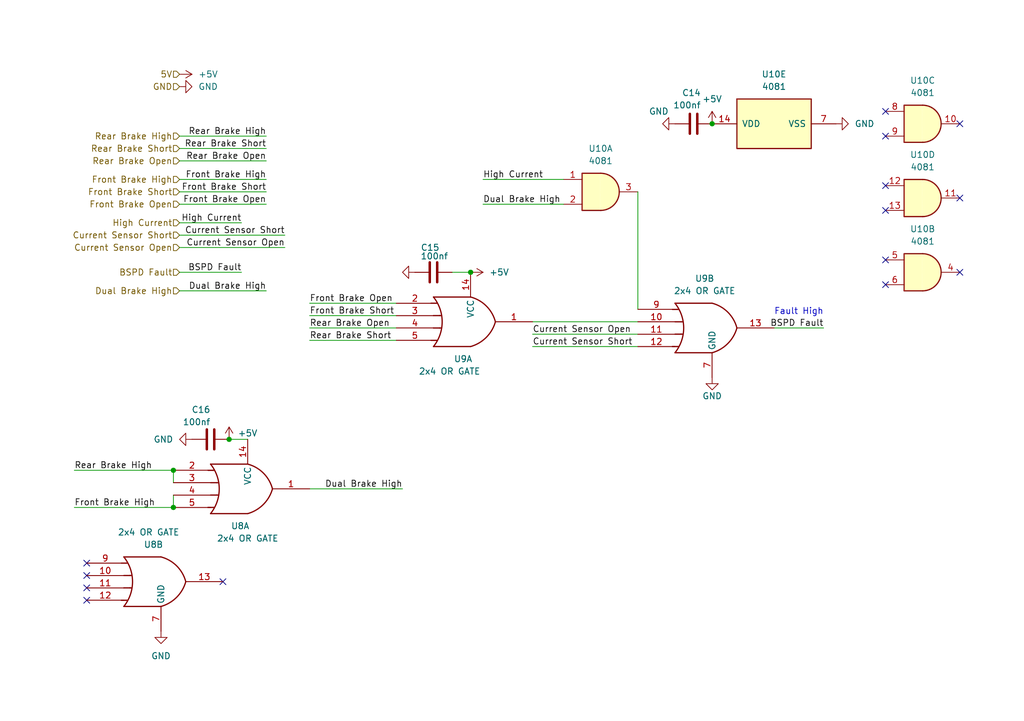
<source format=kicad_sch>
(kicad_sch (version 20231120) (generator "eeschema") (generator_version "8.0")
  (paper "A5")
  (title_block (title "BSPD Logic") (date "2024-07-07") (rev "1.0"))
  (lib_symbols
    (symbol "1FS_2_Global_Symbol_Library:CD4072BE"
      (property "Reference" "U" (at -7.62 1.27 0))
      (symbol "CD4072BE_0_1"
        (arc (start -6.35 -5.08) (mid -4.568 0) (end -6.35 5.08) (stroke (width 0.254)))
        (polyline (pts (xy -6.8834 -3.81) (xy -5.6134 -3.81)) (stroke (width 0.254)) (fill (type background)))
        (polyline (pts (xy -6.8834 3.81) (xy -5.6134 3.81)) (stroke (width 0.254)) (fill (type background)))
        (polyline (pts (xy -6.35 1.27) (xy -5.08 1.27)) (stroke (width 0.254)) (fill (type background)))
        (polyline (pts (xy 1.27 -5.08) (xy -6.35 -5.08)) (stroke (width 0.254)) (fill (type background)))
        (polyline (pts (xy 1.27 5.08) (xy -6.35 5.08)) (stroke (width 0.254)) (fill (type background)))
        (arc (start 1.27 -5.08) (mid 4.4722 -3.2022) (end 6.35 0) (stroke (width 0.254)))
        (arc (start 6.35 0) (mid 4.4971 3.2271) (end 1.27 5.08) (stroke (width 0.254)))
      )
      (symbol "CD4072BE_1_1"
        (polyline (pts (xy -6.35 -1.27) (xy -5.08 -1.27)) (stroke (width 0.254)) (fill (type outline)))
        (polyline (pts (xy -5.08 -1.27) (xy -4.699 -1.27)) (stroke (width 0.254)) (fill (type outline)))
        (polyline (pts (xy -5.08 1.27) (xy -4.699 1.27)) (stroke (width 0.254)) (fill (type outline)))
        (pin output line (at 13.97 0 180) (length 7.62) (name "~") (number "1"))
        (pin power_in line (at 1.27 10.16 270) (length 5.08) (name "VCC") (number "14"))
        (pin input line (at -13.97 3.81 0) (length 7.62) (name "~") (number "2"))
        (pin input line (at -13.97 1.27 0) (length 7.62) (name "~") (number "3"))
        (pin input line (at -13.97 -1.27 0) (length 7.62) (name "~") (number "4"))
        (pin input line (at -13.97 -3.81 0) (length 7.62) (name "~") (number "5"))
      )
      (symbol "CD4072BE_2_1"
        (polyline (pts (xy -6.35 -1.27) (xy -5.08 -1.27)) (stroke (width 0.254)) (fill (type outline)))
        (polyline (pts (xy -5.08 -1.27) (xy -4.699 -1.27)) (stroke (width 0.254)) (fill (type outline)))
        (polyline (pts (xy -5.08 1.27) (xy -4.699 1.27)) (stroke (width 0.254)) (fill (type outline)))
        (pin input line (at -13.97 1.27 0) (length 7.62) (name "~") (number "10"))
        (pin input line (at -13.97 -1.27 0) (length 7.62) (name "~") (number "11"))
        (pin input line (at -13.97 -3.81 0) (length 7.62) (name "~") (number "12"))
        (pin output line (at 13.97 0 180) (length 7.62) (name "~") (number "13"))
        (pin power_in line (at 1.27 -10.16 90) (length 5.08) (name "GND") (number "7"))
        (pin input line (at -13.97 3.81 0) (length 7.62) (name "~") (number "9"))
      )
    )
    (symbol "4xxx:4081" (pin_names (offset 1.016))
      (property "Reference" "U" (at 0 1.27 0))
      (property "Value" "4081" (at 0 -1.27 0))
      (symbol "4081_1_1"
        (arc (start 0 -3.81) (mid 3.7934 0) (end 0 3.81) (stroke (width 0.254)) (fill (type background)))
        (polyline (pts (xy 0 3.81) (xy -3.81 3.81) (xy -3.81 -3.81) (xy 0 -3.81)) (stroke (width 0.254)) (fill (type background)))
        (pin input line (at -7.62 2.54 0) (length 3.81) (name "~") (number "1"))
        (pin input line (at -7.62 -2.54 0) (length 3.81) (name "~") (number "2"))
        (pin output line (at 7.62 0 180) (length 3.81) (name "~") (number "3"))
      )
      (symbol "4081_1_2"
        (arc (start -3.81 -3.81) (mid -2.589 0) (end -3.81 3.81) (stroke (width 0.254)))
        (arc (start -0.6096 -3.81) (mid 2.1842 -2.5851) (end 3.81 0) (stroke (width 0.254)) (fill (type background)))
        (polyline (pts (xy -3.81 -3.81) (xy -0.635 -3.81)) (stroke (width 0.254)) (fill (type background)))
        (polyline (pts (xy -3.81 3.81) (xy -0.635 3.81)) (stroke (width 0.254)) (fill (type background)))
        (polyline (pts (xy -0.635 3.81) (xy -3.81 3.81) (xy -3.81 3.81) (xy -3.556 3.4036) (xy -3.0226 2.2606) (xy -2.6924 1.0414) (xy -2.6162 -0.254) (xy -2.7686 -1.4986) (xy -3.175 -2.7178) (xy -3.81 -3.81) (xy -3.81 -3.81) (xy -0.635 -3.81)) (stroke (width -25.4)) (fill (type background)))
        (arc (start 3.81 0) (mid 2.1915 2.5936) (end -0.6096 3.81) (stroke (width 0.254)) (fill (type background)))
        (pin input inverted (at -7.62 2.54 0) (length 4.318) (name "~") (number "1"))
        (pin input inverted (at -7.62 -2.54 0) (length 4.318) (name "~") (number "2"))
        (pin output inverted (at 7.62 0 180) (length 3.81) (name "~") (number "3"))
      )
      (symbol "4081_2_1"
        (arc (start 0 -3.81) (mid 3.7934 0) (end 0 3.81) (stroke (width 0.254)) (fill (type background)))
        (polyline (pts (xy 0 3.81) (xy -3.81 3.81) (xy -3.81 -3.81) (xy 0 -3.81)) (stroke (width 0.254)) (fill (type background)))
        (pin output line (at 7.62 0 180) (length 3.81) (name "~") (number "4"))
        (pin input line (at -7.62 2.54 0) (length 3.81) (name "~") (number "5"))
        (pin input line (at -7.62 -2.54 0) (length 3.81) (name "~") (number "6"))
      )
      (symbol "4081_2_2"
        (arc (start -3.81 -3.81) (mid -2.589 0) (end -3.81 3.81) (stroke (width 0.254)))
        (arc (start -0.6096 -3.81) (mid 2.1842 -2.5851) (end 3.81 0) (stroke (width 0.254)) (fill (type background)))
        (polyline (pts (xy -3.81 -3.81) (xy -0.635 -3.81)) (stroke (width 0.254)) (fill (type background)))
        (polyline (pts (xy -3.81 3.81) (xy -0.635 3.81)) (stroke (width 0.254)) (fill (type background)))
        (polyline (pts (xy -0.635 3.81) (xy -3.81 3.81) (xy -3.81 3.81) (xy -3.556 3.4036) (xy -3.0226 2.2606) (xy -2.6924 1.0414) (xy -2.6162 -0.254) (xy -2.7686 -1.4986) (xy -3.175 -2.7178) (xy -3.81 -3.81) (xy -3.81 -3.81) (xy -0.635 -3.81)) (stroke (width -25.4)) (fill (type background)))
        (arc (start 3.81 0) (mid 2.1915 2.5936) (end -0.6096 3.81) (stroke (width 0.254)) (fill (type background)))
        (pin output inverted (at 7.62 0 180) (length 3.81) (name "~") (number "4"))
        (pin input inverted (at -7.62 2.54 0) (length 4.318) (name "~") (number "5"))
        (pin input inverted (at -7.62 -2.54 0) (length 4.318) (name "~") (number "6"))
      )
      (symbol "4081_3_1"
        (arc (start 0 -3.81) (mid 3.7934 0) (end 0 3.81) (stroke (width 0.254)) (fill (type background)))
        (polyline (pts (xy 0 3.81) (xy -3.81 3.81) (xy -3.81 -3.81) (xy 0 -3.81)) (stroke (width 0.254)) (fill (type background)))
        (pin output line (at 7.62 0 180) (length 3.81) (name "~") (number "10"))
        (pin input line (at -7.62 2.54 0) (length 3.81) (name "~") (number "8"))
        (pin input line (at -7.62 -2.54 0) (length 3.81) (name "~") (number "9"))
      )
      (symbol "4081_3_2"
        (arc (start -3.81 -3.81) (mid -2.589 0) (end -3.81 3.81) (stroke (width 0.254)))
        (arc (start -0.6096 -3.81) (mid 2.1842 -2.5851) (end 3.81 0) (stroke (width 0.254)) (fill (type background)))
        (polyline (pts (xy -3.81 -3.81) (xy -0.635 -3.81)) (stroke (width 0.254)) (fill (type background)))
        (polyline (pts (xy -3.81 3.81) (xy -0.635 3.81)) (stroke (width 0.254)) (fill (type background)))
        (polyline (pts (xy -0.635 3.81) (xy -3.81 3.81) (xy -3.81 3.81) (xy -3.556 3.4036) (xy -3.0226 2.2606) (xy -2.6924 1.0414) (xy -2.6162 -0.254) (xy -2.7686 -1.4986) (xy -3.175 -2.7178) (xy -3.81 -3.81) (xy -3.81 -3.81) (xy -0.635 -3.81)) (stroke (width -25.4)) (fill (type background)))
        (arc (start 3.81 0) (mid 2.1915 2.5936) (end -0.6096 3.81) (stroke (width 0.254)) (fill (type background)))
        (pin output inverted (at 7.62 0 180) (length 3.81) (name "~") (number "10"))
        (pin input inverted (at -7.62 2.54 0) (length 4.318) (name "~") (number "8"))
        (pin input inverted (at -7.62 -2.54 0) (length 4.318) (name "~") (number "9"))
      )
      (symbol "4081_4_1"
        (arc (start 0 -3.81) (mid 3.7934 0) (end 0 3.81) (stroke (width 0.254)) (fill (type background)))
        (polyline (pts (xy 0 3.81) (xy -3.81 3.81) (xy -3.81 -3.81) (xy 0 -3.81)) (stroke (width 0.254)) (fill (type background)))
        (pin output line (at 7.62 0 180) (length 3.81) (name "~") (number "11"))
        (pin input line (at -7.62 2.54 0) (length 3.81) (name "~") (number "12"))
        (pin input line (at -7.62 -2.54 0) (length 3.81) (name "~") (number "13"))
      )
      (symbol "4081_4_2"
        (arc (start -3.81 -3.81) (mid -2.589 0) (end -3.81 3.81) (stroke (width 0.254)))
        (arc (start -0.6096 -3.81) (mid 2.1842 -2.5851) (end 3.81 0) (stroke (width 0.254)) (fill (type background)))
        (polyline (pts (xy -3.81 -3.81) (xy -0.635 -3.81)) (stroke (width 0.254)) (fill (type background)))
        (polyline (pts (xy -3.81 3.81) (xy -0.635 3.81)) (stroke (width 0.254)) (fill (type background)))
        (polyline (pts (xy -0.635 3.81) (xy -3.81 3.81) (xy -3.81 3.81) (xy -3.556 3.4036) (xy -3.0226 2.2606) (xy -2.6924 1.0414) (xy -2.6162 -0.254) (xy -2.7686 -1.4986) (xy -3.175 -2.7178) (xy -3.81 -3.81) (xy -3.81 -3.81) (xy -0.635 -3.81)) (stroke (width -25.4)) (fill (type background)))
        (arc (start 3.81 0) (mid 2.1915 2.5936) (end -0.6096 3.81) (stroke (width 0.254)) (fill (type background)))
        (pin output inverted (at 7.62 0 180) (length 3.81) (name "~") (number "11"))
        (pin input inverted (at -7.62 2.54 0) (length 4.318) (name "~") (number "12"))
        (pin input inverted (at -7.62 -2.54 0) (length 4.318) (name "~") (number "13"))
      )
      (symbol "4081_5_0"
        (pin power_in line (at 0 12.7 270) (length 5.08) (name "VDD") (number "14"))
        (pin power_in line (at 0 -12.7 90) (length 5.08) (name "VSS") (number "7"))
      )
      (symbol "4081_5_1"
        (rectangle (start -5.08 7.62) (end 5.08 -7.62) (stroke (width 0.254)) (fill (type background)))
      )
    )
    (symbol "Device:C" (pin_numbers hide) (pin_names (offset 0.254))
      (property "Reference" "C" (at 0.635 2.54 0))
      (property "Value" "C" (at 0.635 -2.54 0))
      (symbol "C_0_1"
        (polyline (pts (xy -2.032 -0.762) (xy 2.032 -0.762)) (stroke (width 0.508)))
        (polyline (pts (xy -2.032 0.762) (xy 2.032 0.762)) (stroke (width 0.508)))
      )
      (symbol "C_1_1"
        (pin passive line (at 0 3.81 270) (length 2.794) (name "~") (number "1"))
        (pin passive line (at 0 -3.81 90) (length 2.794) (name "~") (number "2"))
      )
    )
    (symbol "power:+5V" (power) (pin_names (offset 0))
      (property "Value" "+5V" (at 0 3.556 0))
      (symbol "+5V_0_1"
        (polyline (pts (xy -0.762 1.27) (xy 0 2.54)))
        (polyline (pts (xy 0 0) (xy 0 2.54)))
        (polyline (pts (xy 0 2.54) (xy 0.762 1.27)))
      )
      (symbol "+5V_1_1"
        (pin power_in line (at 0 0 90) (length 0) hide (name "+5V") (number "1"))
      )
    )
    (symbol "power:GND" (power) (pin_names (offset 0))
      (property "Value" "GND" (at 0 -3.81 0))
      (symbol "GND_0_1"
        (polyline (pts (xy 0 0) (xy 0 -1.27) (xy 1.27 -1.27) (xy 0 -2.54) (xy -1.27 -1.27) (xy 0 -1.27)))
      )
      (symbol "GND_1_1"
        (pin power_in line (at 0 0 270) (length 0) hide (name "GND") (number "1"))
      )
    )
  )
  (junction (at 35.56 96.52))
  (junction (at 35.56 104.14))
  (junction (at 96.52 55.88))
  (junction (at 46.99 90.17))
  (junction (at 146.05 25.4))
  (no_connect (at 181.61 22.86))
  (no_connect (at 196.85 40.64))
  (no_connect (at 181.61 27.94))
  (no_connect (at 196.85 25.4))
  (no_connect (at 196.85 55.88))
  (no_connect (at 181.61 43.18))
  (no_connect (at 17.78 115.57))
  (no_connect (at 181.61 58.42))
  (no_connect (at 181.61 53.34))
  (no_connect (at 181.61 38.1))
  (no_connect (at 45.72 119.38))
  (no_connect (at 17.78 120.65))
  (no_connect (at 17.78 118.11))
  (no_connect (at 17.78 123.19))
  (wire (pts (xy 36.83 41.91) (xy 54.61 41.91)))
  (wire (pts (xy 158.75 67.31) (xy 168.91 67.31)))
  (wire (pts (xy 36.83 39.37) (xy 54.61 39.37)))
  (wire (pts (xy 99.06 41.91) (xy 115.57 41.91)))
  (wire (pts (xy 81.28 67.31) (xy 63.5 67.31)))
  (wire (pts (xy 36.83 45.72) (xy 49.53 45.72)))
  (wire (pts (xy 36.83 59.69) (xy 54.61 59.69)))
  (wire (pts (xy 35.56 96.52) (xy 15.24 96.52)))
  (wire (pts (xy 109.22 66.04) (xy 130.81 66.04)))
  (wire (pts (xy 99.06 36.83) (xy 115.57 36.83)))
  (wire (pts (xy 81.28 62.23) (xy 63.5 62.23)))
  (wire (pts (xy 36.83 55.88) (xy 49.53 55.88)))
  (wire (pts (xy 36.83 36.83) (xy 54.61 36.83)))
  (wire (pts (xy 81.28 64.77) (xy 63.5 64.77)))
  (wire (pts (xy 130.81 68.58) (xy 109.22 68.58)))
  (wire (pts (xy 96.52 55.88) (xy 92.71 55.88)))
  (wire (pts (xy 36.83 27.94) (xy 54.61 27.94)))
  (wire (pts (xy 36.83 50.8) (xy 58.42 50.8)))
  (wire (pts (xy 36.83 48.26) (xy 58.42 48.26)))
  (wire (pts (xy 130.81 39.37) (xy 130.81 63.5)))
  (wire (pts (xy 35.56 101.6) (xy 35.56 104.14)))
  (wire (pts (xy 35.56 96.52) (xy 35.56 99.06)))
  (wire (pts (xy 81.28 69.85) (xy 63.5 69.85)))
  (wire (pts (xy 36.83 33.02) (xy 54.61 33.02)))
  (wire (pts (xy 35.56 104.14) (xy 15.24 104.14)))
  (wire (pts (xy 130.81 71.12) (xy 109.22 71.12)))
  (wire (pts (xy 63.5 100.33) (xy 82.55 100.33)))
  (wire (pts (xy 50.8 90.17) (xy 46.99 90.17)))
  (wire (pts (xy 36.83 30.48) (xy 54.61 30.48)))
  (text "Fault High\n" (at 158.75 64.77 0) (effects (font (size 1.27 1.27)) (justify left bottom)))
  (label "Front Brake High" (at 54.61 36.83 180))
  (label "Front Brake Open" (at 63.5 62.23 0))
  (label "Rear Brake Short" (at 54.61 30.48 180))
  (label "Front Brake Short" (at 54.61 39.37 180))
  (label "High Current" (at 99.06 36.83 0))
  (label "Current Sensor Open" (at 109.22 68.58 0))
  (label "Front Brake Short" (at 63.5 64.77 0))
  (label "Rear Brake High" (at 15.24 96.52 0))
  (label "Current Sensor Short" (at 58.42 48.26 180))
  (label "Rear Brake Short" (at 63.5 69.85 0))
  (label "BSPD Fault" (at 168.91 67.31 180))
  (label "Front Brake Open" (at 54.61 41.91 180))
  (label "High Current" (at 49.53 45.72 180))
  (label "Dual Brake High" (at 54.61 59.69 180))
  (label "BSPD Fault" (at 49.53 55.88 180))
  (label "Rear Brake Open" (at 63.5 67.31 0))
  (label "Rear Brake Open" (at 54.61 33.02 180))
  (label "Front Brake High" (at 15.24 104.14 0))
  (label "Rear Brake High" (at 54.61 27.94 180))
  (label "Dual Brake High" (at 99.06 41.91 0))
  (label "Current Sensor Short" (at 109.22 71.12 0))
  (label "Dual Brake High" (at 82.55 100.33 180))
  (label "Current Sensor Open" (at 58.42 50.8 180))
  (hierarchical_label "BSPD Fault" (shape input) (at 36.83 55.88 180))
  (hierarchical_label "Current Sensor Short" (shape input) (at 36.83 48.26 180))
  (hierarchical_label "High Current" (shape input) (at 36.83 45.72 180))
  (hierarchical_label "Rear Brake Open" (shape input) (at 36.83 33.02 180))
  (hierarchical_label "Front Brake Open" (shape input) (at 36.83 41.91 180))
  (hierarchical_label "Rear Brake Short" (shape input) (at 36.83 30.48 180))
  (hierarchical_label "5V" (shape input) (at 36.83 15.24 180))
  (hierarchical_label "Dual Brake High" (shape input) (at 36.83 59.69 180))
  (hierarchical_label "Front Brake Short" (shape input) (at 36.83 39.37 180))
  (hierarchical_label "Current Sensor Open" (shape input) (at 36.83 50.8 180))
  (hierarchical_label "Front Brake High" (shape input) (at 36.83 36.83 180))
  (hierarchical_label "GND" (shape input) (at 36.83 17.78 180))
  (hierarchical_label "Rear Brake High" (shape input) (at 36.83 27.94 180))
  (symbol (lib_id "power:GND") (at 85.09 55.88 270) (unit 1)
    (property "Reference" "#PWR011" (effects (hide yes)))
    (property "Value" "GND" (effects (hide yes)))
  )
  (symbol (lib_id "Device:C") (at 88.9 55.88 90) (unit 1)
    (property "Reference" "C15" (at 90.17 50.8 90) (effects (justify left)))
    (property "Value" "100nf" (at 91.948 52.578 90) (effects (justify left)))
    (property "Footprint" "Capacitor_SMD:C_0805_2012Metric_Pad1.18x1.45mm_HandSolder" (effects (hide yes)))
    (property "Datasheet" "https://mm.digikey.com/Volume0/opasdata/d220001/medias/docus/4005/0805B104K101CC.pdf" (effects (hide yes)))
  )
  (symbol (lib_id "4xxx:4081") (at 189.23 25.4 0) (unit 3)
    (property "Reference" "U10" (at 189.2217 16.51 0))
    (property "Value" "4081" (at 189.2217 19.05 0))
    (property "Footprint" "Package_SO:SOIC-14_3.9x8.7mm_P1.27mm" (effects (hide yes)))
    (property "Datasheet" "http://www.intersil.com/content/dam/Intersil/documents/cd40/cd4073bms-81bms-82bms.pdf" (effects (hide yes)))
    (property "Description" "Quad And 2 inputs" (effects (hide yes)))
  )
  (symbol (lib_id "power:GND") (at 39.37 90.17 270) (unit 1)
    (property "Reference" "#PWR014" (effects (hide yes)))
    (property "Value" "GND" (at 35.56 90.17 90) (effects (justify right)))
  )
  (symbol (lib_id "4xxx:4081") (at 158.75 25.4 90) (unit 5)
    (property "Reference" "U10" (at 158.75 15.24 90))
    (property "Value" "4081" (at 158.75 17.78 90))
    (property "Footprint" "Package_SO:SOIC-14_3.9x8.7mm_P1.27mm" (effects (hide yes)))
    (property "Datasheet" "http://www.intersil.com/content/dam/Intersil/documents/cd40/cd4073bms-81bms-82bms.pdf" (effects (hide yes)))
    (property "Description" "Quad And 2 inputs" (effects (hide yes)))
  )
  (symbol (lib_id "power:+5V") (at 146.05 25.4 0) (unit 1)
    (property "Reference" "#PWR021" (effects (hide yes)))
    (property "Value" "+5V" (at 146.05 20.32 0))
  )
  (symbol (lib_id "power:GND") (at 146.05 77.47 0) (unit 1)
    (property "Reference" "#PWR026" (effects (hide yes)))
    (property "Value" "GND" (at 146.05 81.28 0))
  )
  (symbol (lib_id "4xxx:4081") (at 123.19 39.37 0) (unit 1)
    (property "Reference" "U10" (at 123.1817 30.48 0))
    (property "Value" "4081" (at 123.1817 33.02 0))
    (property "Footprint" "Package_SO:SOIC-14_3.9x8.7mm_P1.27mm" (effects (hide yes)))
    (property "Datasheet" "http://www.intersil.com/content/dam/Intersil/documents/cd40/cd4073bms-81bms-82bms.pdf" (effects (hide yes)))
    (property "Description" "Quad And 2 inputs" (effects (hide yes)))
  )
  (symbol (lib_id "power:+5V") (at 36.83 15.24 270) (unit 1)
    (property "Reference" "#PWR034" (effects (hide yes)))
    (property "Value" "+5V" (at 40.64 15.2399 90) (effects (justify left)))
  )
  (symbol (lib_id "Device:C") (at 43.18 90.17 90) (unit 1)
    (property "Reference" "C16" (at 43.18 84.074 90) (effects (justify left)))
    (property "Value" "100nf" (at 43.18 86.614 90) (effects (justify left)))
    (property "Footprint" "Capacitor_SMD:C_0805_2012Metric_Pad1.18x1.45mm_HandSolder" (effects (hide yes)))
    (property "Datasheet" "https://mm.digikey.com/Volume0/opasdata/d220001/medias/docus/4005/0805B104K101CC.pdf" (effects (hide yes)))
  )
  (symbol (lib_id "1FS_2_Global_Symbol_Library:CD4072BE") (at 95.25 66.04 0) (unit 1)
    (property "Reference" "U9" (at 94.9833 73.66 0))
    (property "Value" "2x4 OR GATE" (at 92.202 76.2 0))
    (property "Footprint" "Package_DIP:DIP-14_W7.62mm" (effects (hide yes)))
    (property "Description" "2x4 OR Gate DIP14" (effects (hide yes)))
  )
  (symbol (lib_id "power:GND") (at 33.02 129.54 0) (unit 1)
    (property "Reference" "#PWR030" (effects (hide yes)))
    (property "Value" "GND" (at 33.02 134.62 0))
  )
  (symbol (lib_id "power:GND") (at 171.45 25.4 90) (unit 1)
    (property "Reference" "#PWR032" (effects (hide yes)))
    (property "Value" "GND" (at 175.26 25.4 90) (effects (justify right)))
  )
  (symbol (lib_id "1FS_2_Global_Symbol_Library:CD4072BE") (at 49.53 100.33 0) (unit 1)
    (property "Reference" "U8" (at 49.2633 107.95 0))
    (property "Value" "2x4 OR GATE" (at 50.8 110.49 0))
    (property "Footprint" "Package_DIP:DIP-14_W7.62mm" (effects (hide yes)))
  )
  (symbol (lib_id "power:GND") (at 138.43 25.4 270) (unit 1)
    (property "Reference" "#PWR019" (effects (hide yes)))
    (property "Value" "GND" (at 137.16 22.86 90) (effects (justify right)))
  )
  (symbol (lib_id "1FS_2_Global_Symbol_Library:CD4072BE") (at 31.75 119.38 0) (unit 2)
    (property "Reference" "U8" (at 31.4833 111.76 0))
    (property "Value" "2x4 OR GATE" (at 30.48 109.22 0))
    (property "Footprint" "Package_DIP:DIP-14_W7.62mm" (effects (hide yes)))
  )
  (symbol (lib_id "power:+5V") (at 46.99 90.17 0) (unit 1)
    (property "Reference" "#PWR018" (effects (hide yes)))
    (property "Value" "+5V" (at 50.8 88.9 0))
  )
  (symbol (lib_id "power:+5V") (at 96.52 55.88 270) (unit 1)
    (property "Reference" "#PWR012" (effects (hide yes)))
    (property "Value" "+5V" (at 100.33 55.8799 90) (effects (justify left)))
  )
  (symbol (lib_id "1FS_2_Global_Symbol_Library:CD4072BE") (at 144.78 67.31 0) (unit 2)
    (property "Reference" "U9" (at 144.5133 57.15 0))
    (property "Value" "2x4 OR GATE" (at 144.5133 59.69 0))
    (property "Footprint" "Package_DIP:DIP-14_W7.62mm" (effects (hide yes)))
    (property "Description" "2x4 OR Gate DIP14" (effects (hide yes)))
  )
  (symbol (lib_id "4xxx:4081") (at 189.23 40.64 0) (unit 4)
    (property "Reference" "U10" (at 189.2217 31.75 0))
    (property "Value" "4081" (at 189.2217 34.29 0))
    (property "Footprint" "Package_SO:SOIC-14_3.9x8.7mm_P1.27mm" (effects (hide yes)))
    (property "Datasheet" "http://www.intersil.com/content/dam/Intersil/documents/cd40/cd4073bms-81bms-82bms.pdf" (effects (hide yes)))
    (property "Description" "Quad And 2 inputs" (effects (hide yes)))
  )
  (symbol (lib_id "Device:C") (at 142.24 25.4 90) (unit 1)
    (property "Reference" "C14" (at 143.764 19.05 90) (effects (justify left)))
    (property "Value" "100nf" (at 143.764 21.59 90) (effects (justify left)))
    (property "Footprint" "Capacitor_SMD:C_0805_2012Metric_Pad1.18x1.45mm_HandSolder" (effects (hide yes)))
    (property "Datasheet" "https://mm.digikey.com/Volume0/opasdata/d220001/medias/docus/4005/0805B104K101CC.pdf" (effects (hide yes)))
  )
  (symbol (lib_id "power:GND") (at 36.83 17.78 90) (unit 1)
    (property "Reference" "#PWR035" (effects (hide yes)))
    (property "Value" "GND" (at 40.64 17.78 90) (effects (justify right)))
  )
  (symbol (lib_id "4xxx:4081") (at 189.23 55.88 0) (unit 2)
    (property "Reference" "U10" (at 189.2217 46.99 0))
    (property "Value" "4081" (at 189.2217 49.53 0))
    (property "Footprint" "Package_SO:SOIC-14_3.9x8.7mm_P1.27mm" (effects (hide yes)))
    (property "Datasheet" "http://www.intersil.com/content/dam/Intersil/documents/cd40/cd4073bms-81bms-82bms.pdf" (effects (hide yes)))
    (property "Description" "Quad And 2 inputs" (effects (hide yes)))
  )
)
</source>
